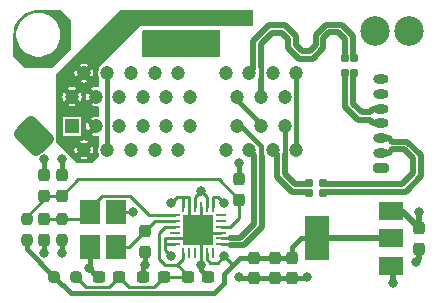
<source format=gbr>
%TF.GenerationSoftware,KiCad,Pcbnew,8.0.3*%
%TF.CreationDate,2024-06-23T17:04:56+02:00*%
%TF.ProjectId,Interface,496e7465-7266-4616-9365-2e6b69636164,rev?*%
%TF.SameCoordinates,Original*%
%TF.FileFunction,Copper,L1,Top*%
%TF.FilePolarity,Positive*%
%FSLAX46Y46*%
G04 Gerber Fmt 4.6, Leading zero omitted, Abs format (unit mm)*
G04 Created by KiCad (PCBNEW 8.0.3) date 2024-06-23 17:04:56*
%MOMM*%
%LPD*%
G01*
G04 APERTURE LIST*
G04 Aperture macros list*
%AMRoundRect*
0 Rectangle with rounded corners*
0 $1 Rounding radius*
0 $2 $3 $4 $5 $6 $7 $8 $9 X,Y pos of 4 corners*
0 Add a 4 corners polygon primitive as box body*
4,1,4,$2,$3,$4,$5,$6,$7,$8,$9,$2,$3,0*
0 Add four circle primitives for the rounded corners*
1,1,$1+$1,$2,$3*
1,1,$1+$1,$4,$5*
1,1,$1+$1,$6,$7*
1,1,$1+$1,$8,$9*
0 Add four rect primitives between the rounded corners*
20,1,$1+$1,$2,$3,$4,$5,0*
20,1,$1+$1,$4,$5,$6,$7,0*
20,1,$1+$1,$6,$7,$8,$9,0*
20,1,$1+$1,$8,$9,$2,$3,0*%
G04 Aperture macros list end*
%TA.AperFunction,SMDPad,CuDef*%
%ADD10RoundRect,0.237500X-0.237500X0.300000X-0.237500X-0.300000X0.237500X-0.300000X0.237500X0.300000X0*%
%TD*%
%TA.AperFunction,ComponentPad*%
%ADD11C,2.500000*%
%TD*%
%TA.AperFunction,SMDPad,CuDef*%
%ADD12RoundRect,0.237500X0.250000X0.237500X-0.250000X0.237500X-0.250000X-0.237500X0.250000X-0.237500X0*%
%TD*%
%TA.AperFunction,SMDPad,CuDef*%
%ADD13R,2.000000X1.500000*%
%TD*%
%TA.AperFunction,SMDPad,CuDef*%
%ADD14R,2.000000X3.800000*%
%TD*%
%TA.AperFunction,SMDPad,CuDef*%
%ADD15RoundRect,0.237500X0.300000X0.237500X-0.300000X0.237500X-0.300000X-0.237500X0.300000X-0.237500X0*%
%TD*%
%TA.AperFunction,SMDPad,CuDef*%
%ADD16RoundRect,0.237500X0.237500X-0.250000X0.237500X0.250000X-0.237500X0.250000X-0.237500X-0.250000X0*%
%TD*%
%TA.AperFunction,SMDPad,CuDef*%
%ADD17RoundRect,0.237500X0.237500X-0.300000X0.237500X0.300000X-0.237500X0.300000X-0.237500X-0.300000X0*%
%TD*%
%TA.AperFunction,SMDPad,CuDef*%
%ADD18R,1.725000X2.100000*%
%TD*%
%TA.AperFunction,SMDPad,CuDef*%
%ADD19RoundRect,0.237500X-0.237500X0.250000X-0.237500X-0.250000X0.237500X-0.250000X0.237500X0.250000X0*%
%TD*%
%TA.AperFunction,SMDPad,CuDef*%
%ADD20RoundRect,0.160000X-0.197500X-0.160000X0.197500X-0.160000X0.197500X0.160000X-0.197500X0.160000X0*%
%TD*%
%TA.AperFunction,SMDPad,CuDef*%
%ADD21RoundRect,0.160000X-0.160000X0.197500X-0.160000X-0.197500X0.160000X-0.197500X0.160000X0.197500X0*%
%TD*%
%TA.AperFunction,SMDPad,CuDef*%
%ADD22RoundRect,0.062500X-0.350000X-0.062500X0.350000X-0.062500X0.350000X0.062500X-0.350000X0.062500X0*%
%TD*%
%TA.AperFunction,SMDPad,CuDef*%
%ADD23RoundRect,0.062500X-0.062500X-0.350000X0.062500X-0.350000X0.062500X0.350000X-0.062500X0.350000X0*%
%TD*%
%TA.AperFunction,SMDPad,CuDef*%
%ADD24R,2.600000X2.600000*%
%TD*%
%TA.AperFunction,SMDPad,CuDef*%
%ADD25RoundRect,0.237500X-0.300000X-0.237500X0.300000X-0.237500X0.300000X0.237500X-0.300000X0.237500X0*%
%TD*%
%TA.AperFunction,ComponentPad*%
%ADD26R,1.200000X1.200000*%
%TD*%
%TA.AperFunction,ComponentPad*%
%ADD27C,1.200000*%
%TD*%
%TA.AperFunction,ComponentPad*%
%ADD28RoundRect,0.200000X0.450000X-0.200000X0.450000X0.200000X-0.450000X0.200000X-0.450000X-0.200000X0*%
%TD*%
%TA.AperFunction,ComponentPad*%
%ADD29O,1.300000X0.800000*%
%TD*%
%TA.AperFunction,ViaPad*%
%ADD30C,0.800000*%
%TD*%
%TA.AperFunction,ViaPad*%
%ADD31C,1.600000*%
%TD*%
%TA.AperFunction,Conductor*%
%ADD32C,1.200000*%
%TD*%
%TA.AperFunction,Conductor*%
%ADD33C,0.500000*%
%TD*%
%TA.AperFunction,Conductor*%
%ADD34C,0.250000*%
%TD*%
%TA.AperFunction,Conductor*%
%ADD35C,0.400000*%
%TD*%
G04 APERTURE END LIST*
D10*
%TO.P,C15,1*%
%TO.N,/12V*%
X112125000Y-76112499D03*
%TO.P,C15,2*%
%TO.N,GND*%
X112125000Y-77837501D03*
%TD*%
%TO.P,C14,1*%
%TO.N,/12V*%
X114635000Y-76112499D03*
%TO.P,C14,2*%
%TO.N,GND*%
X114635000Y-77837501D03*
%TD*%
%TO.P,C13,1*%
%TO.N,/12V*%
X117145000Y-76112499D03*
%TO.P,C13,2*%
%TO.N,GND*%
X117145000Y-77837501D03*
%TD*%
D11*
%TO.P,TP2,1,1*%
%TO.N,GND*%
X133875000Y-77175000D03*
%TD*%
%TO.P,TP1,1,1*%
%TO.N,/12V*%
X131000000Y-77200000D03*
%TD*%
D12*
%TO.P,R1,1*%
%TO.N,/VDD_OSC_18*%
X105662500Y-98000000D03*
%TO.P,R1,2*%
%TO.N,/VDDO_18*%
X103837500Y-98000000D03*
%TD*%
D13*
%TO.P,U1,1,GND*%
%TO.N,GND*%
X132400000Y-97050000D03*
%TO.P,U1,2,VO*%
%TO.N,/VDDO_18*%
X132400000Y-94750000D03*
D14*
X126100000Y-94750000D03*
D13*
%TO.P,U1,3,VI*%
%TO.N,/3V3*%
X132400000Y-92450000D03*
%TD*%
D15*
%TO.P,C2,1*%
%TO.N,/VDD_OSC_18*%
X113112500Y-98000000D03*
%TO.P,C2,2*%
%TO.N,GND*%
X111387500Y-98000000D03*
%TD*%
D16*
%TO.P,R2,1*%
%TO.N,/VDDO_18*%
X101500000Y-94912500D03*
%TO.P,R2,2*%
%TO.N,/VDDA_18*%
X101500000Y-93087500D03*
%TD*%
D17*
%TO.P,C7,1*%
%TO.N,/VDDA_18*%
X103000000Y-91112500D03*
%TO.P,C7,2*%
%TO.N,GND*%
X103000000Y-89387500D03*
%TD*%
D18*
%TO.P,Y1,1,1*%
%TO.N,Net-(IC1-XTAL_IN{slash}CLK)*%
X106912500Y-92550000D03*
%TO.P,Y1,2,2*%
%TO.N,GND*%
X106912500Y-95450000D03*
%TO.P,Y1,3,3*%
%TO.N,Net-(IC1-XTAL_OUT)*%
X109087500Y-95450000D03*
%TO.P,Y1,4,4*%
%TO.N,GND*%
X109087500Y-92550000D03*
%TD*%
D19*
%TO.P,R3,1*%
%TO.N,Net-(IC1-XTAL_IN{slash}CLK)*%
X104500000Y-93087500D03*
%TO.P,R3,2*%
%TO.N,GND*%
X104500000Y-94912500D03*
%TD*%
D17*
%TO.P,C9,1*%
%TO.N,/VDDA_18*%
X119500000Y-91462500D03*
%TO.P,C9,2*%
%TO.N,GND*%
X119500000Y-89737500D03*
%TD*%
D10*
%TO.P,C11,1*%
%TO.N,Net-(IC1-XTAL_IN{slash}CLK)*%
X103000000Y-93137500D03*
%TO.P,C11,2*%
%TO.N,GND*%
X103000000Y-94862500D03*
%TD*%
D20*
%TO.P,R5,1*%
%TO.N,/Rx+*%
X125402500Y-90875000D03*
%TO.P,R5,2*%
%TO.N,/_Rx+*%
X126597500Y-90875000D03*
%TD*%
D10*
%TO.P,C6,1*%
%TO.N,/VDDO_18*%
X120750000Y-96387500D03*
%TO.P,C6,2*%
%TO.N,GND*%
X120750000Y-98112500D03*
%TD*%
D21*
%TO.P,R6,1*%
%TO.N,/Tx-*%
X128425000Y-79502500D03*
%TO.P,R6,2*%
%TO.N,/_Tx-*%
X128425000Y-80697500D03*
%TD*%
D10*
%TO.P,C5,1*%
%TO.N,/VDDO_18*%
X122500000Y-96387500D03*
%TO.P,C5,2*%
%TO.N,GND*%
X122500000Y-98112500D03*
%TD*%
D21*
%TO.P,R7,1*%
%TO.N,/Tx+*%
X129225000Y-79502500D03*
%TO.P,R7,2*%
%TO.N,/_Tx+*%
X129225000Y-80697500D03*
%TD*%
D22*
%TO.P,IC1,1,XTAL_IN/CLK*%
%TO.N,Net-(IC1-XTAL_IN{slash}CLK)*%
X114062500Y-92750000D03*
%TO.P,IC1,2,XTAL_OUT*%
%TO.N,Net-(IC1-XTAL_OUT)*%
X114062500Y-93250000D03*
%TO.P,IC1,3,VDD_OSC*%
%TO.N,/VDD_OSC_18*%
X114062500Y-93750000D03*
%TO.P,IC1,4,SADR/REFOUT*%
%TO.N,unconnected-(IC1-SADR{slash}REFOUT-Pad4)*%
X114062500Y-94250000D03*
%TO.P,IC1,5,GND_REFOUT*%
%TO.N,GND*%
X114062500Y-94750000D03*
%TO.P,IC1,6,GND_DIG*%
X114062500Y-95250000D03*
D23*
%TO.P,IC1,7,VDD_DIG*%
%TO.N,/VDD_OSC_18*%
X114750000Y-95937500D03*
%TO.P,IC1,8,SCLK*%
%TO.N,unconnected-(IC1-SCLK-Pad8)*%
X115250000Y-95937500D03*
%TO.P,IC1,9,SDATA*%
%TO.N,unconnected-(IC1-SDATA-Pad9)*%
X115750000Y-95937500D03*
%TO.P,IC1,10,GND_1*%
%TO.N,GND*%
X116250000Y-95937500D03*
%TO.P,IC1,11,VDDO_1*%
%TO.N,/VDDO_18*%
X116750000Y-95937500D03*
%TO.P,IC1,12,OE0#*%
%TO.N,unconnected-(IC1-OE0#-Pad12)*%
X117250000Y-95937500D03*
D22*
%TO.P,IC1,13,Q0+*%
%TO.N,/Clk+*%
X117937500Y-95250000D03*
%TO.P,IC1,14,Q0-*%
%TO.N,/Clk-*%
X117937500Y-94750000D03*
%TO.P,IC1,15,GNDA*%
%TO.N,GND*%
X117937500Y-94250000D03*
%TO.P,IC1,16,VDDA*%
%TO.N,/VDDA_18*%
X117937500Y-93750000D03*
%TO.P,IC1,17,Q1+*%
%TO.N,unconnected-(IC1-Q1+-Pad17)*%
X117937500Y-93250000D03*
%TO.P,IC1,18,Q1-*%
%TO.N,unconnected-(IC1-Q1--Pad18)*%
X117937500Y-92750000D03*
D23*
%TO.P,IC1,19,OE1#*%
%TO.N,GND*%
X117250000Y-92062500D03*
%TO.P,IC1,20,VDDO_2*%
%TO.N,/VDDO_18*%
X116750000Y-92062500D03*
%TO.P,IC1,21,GND_2*%
%TO.N,GND*%
X116250000Y-92062500D03*
%TO.P,IC1,22,PD#*%
%TO.N,/VDDO_18*%
X115750000Y-92062500D03*
%TO.P,IC1,23,SS_SEL_TRI*%
%TO.N,GND*%
X115250000Y-92062500D03*
%TO.P,IC1,24,GND_XTAL*%
X114750000Y-92062500D03*
D24*
%TO.P,IC1,25,GND_3*%
X116000000Y-94000000D03*
%TD*%
D10*
%TO.P,C12,1*%
%TO.N,Net-(IC1-XTAL_OUT)*%
X111500000Y-94137500D03*
%TO.P,C12,2*%
%TO.N,GND*%
X111500000Y-95862500D03*
%TD*%
%TO.P,C10,1*%
%TO.N,/3V3*%
X134750000Y-93887500D03*
%TO.P,C10,2*%
%TO.N,GND*%
X134750000Y-95612500D03*
%TD*%
D20*
%TO.P,R4,1*%
%TO.N,/Rx-*%
X125402500Y-90075000D03*
%TO.P,R4,2*%
%TO.N,/_Rx-*%
X126597500Y-90075000D03*
%TD*%
D15*
%TO.P,C1,1*%
%TO.N,/VDD_OSC_18*%
X109362500Y-98000000D03*
%TO.P,C1,2*%
%TO.N,GND*%
X107637500Y-98000000D03*
%TD*%
D25*
%TO.P,C3,1*%
%TO.N,/VDD_OSC_18*%
X115137500Y-98000000D03*
%TO.P,C3,2*%
%TO.N,GND*%
X116862500Y-98000000D03*
%TD*%
D10*
%TO.P,C4,1*%
%TO.N,/VDDO_18*%
X124000000Y-96387500D03*
%TO.P,C4,2*%
%TO.N,GND*%
X124000000Y-98112500D03*
%TD*%
D17*
%TO.P,C8,1*%
%TO.N,/VDDA_18*%
X104500000Y-91112500D03*
%TO.P,C8,2*%
%TO.N,GND*%
X104500000Y-89387500D03*
%TD*%
D26*
%TO.P,J2,A1,~{PRSNT1}*%
%TO.N,unconnected-(J2-~{PRSNT1}-PadA1)*%
X105350000Y-85250000D03*
D27*
%TO.P,J2,A2,+12V*%
%TO.N,/12V*%
X106350000Y-87250000D03*
%TO.P,J2,A3,+12V*%
X107350000Y-85250000D03*
%TO.P,J2,A4,GND*%
%TO.N,GND*%
X108350000Y-87250000D03*
%TO.P,J2,A5,JTAG2*%
%TO.N,unconnected-(J2-JTAG2-PadA5)*%
X109350000Y-85250000D03*
%TO.P,J2,A6,JTAG3*%
%TO.N,unconnected-(J2-JTAG3-PadA6)*%
X110350000Y-87250000D03*
%TO.P,J2,A7,JTAG4*%
%TO.N,unconnected-(J2-JTAG4-PadA7)*%
X111350000Y-85250000D03*
%TO.P,J2,A8,JTAG5*%
%TO.N,unconnected-(J2-JTAG5-PadA8)*%
X112350000Y-87250000D03*
%TO.P,J2,A9,+3.3V*%
%TO.N,/3V3*%
X113350000Y-85250000D03*
%TO.P,J2,A10,+3.3V*%
X114350000Y-87250000D03*
%TO.P,J2,A11,~{PERST}*%
X115350000Y-85250000D03*
%TO.P,J2,A12,GND*%
%TO.N,GND*%
X118350000Y-87250000D03*
%TO.P,J2,A13,REFCLK+*%
%TO.N,/Clk+*%
X119350000Y-85250000D03*
%TO.P,J2,A14,REFCLK-*%
%TO.N,/Clk-*%
X120350000Y-87250000D03*
%TO.P,J2,A15,GND*%
%TO.N,GND*%
X121350000Y-85250000D03*
%TO.P,J2,A16,PERp0*%
%TO.N,/Rx+*%
X122350000Y-87250000D03*
%TO.P,J2,A17,PERn0*%
%TO.N,/Rx-*%
X123350000Y-85250000D03*
%TO.P,J2,A18,GND*%
%TO.N,GND*%
X124350000Y-87250000D03*
%TO.P,J2,B1,+12V*%
%TO.N,/12V*%
X105350000Y-82750000D03*
%TO.P,J2,B2,+12V*%
X106350000Y-80750000D03*
%TO.P,J2,B3,+12V*%
X107350000Y-82750000D03*
%TO.P,J2,B4,GND*%
%TO.N,GND*%
X108350000Y-80750000D03*
%TO.P,J2,B5,SMCLK*%
%TO.N,unconnected-(J2-SMCLK-PadB5)*%
X109350000Y-82750000D03*
%TO.P,J2,B6,SMDAT*%
%TO.N,unconnected-(J2-SMDAT-PadB6)*%
X110350000Y-80750000D03*
%TO.P,J2,B7,GND*%
%TO.N,GND*%
X111350000Y-82750000D03*
%TO.P,J2,B8,+3.3V*%
%TO.N,/3V3*%
X112350000Y-80750000D03*
%TO.P,J2,B9,JTAG1*%
%TO.N,unconnected-(J2-JTAG1-PadB9)*%
X113350000Y-82750000D03*
%TO.P,J2,B10,3.3Vaux*%
%TO.N,/3V3*%
X114350000Y-80750000D03*
%TO.P,J2,B11,~{WAKE}*%
X115350000Y-82750000D03*
%TO.P,J2,B12,RSVD*%
%TO.N,unconnected-(J2-RSVD-PadB12)*%
X118350000Y-80750000D03*
%TO.P,J2,B13,GND*%
%TO.N,GND*%
X119350000Y-82750000D03*
%TO.P,J2,B14,PETp0*%
%TO.N,/Tx+*%
X120350000Y-80750000D03*
%TO.P,J2,B15,PETn0*%
%TO.N,/Tx-*%
X121350000Y-82750000D03*
%TO.P,J2,B16,GND*%
%TO.N,GND*%
X122350000Y-80750000D03*
%TO.P,J2,B17,~{PRSNT2}*%
%TO.N,unconnected-(J2-~{PRSNT2}-PadB17)*%
X123350000Y-82750000D03*
%TO.P,J2,B18,GND*%
%TO.N,GND*%
X124350000Y-80750000D03*
%TD*%
D28*
%TO.P,J1,1,Pin_1*%
%TO.N,/3V3*%
X131500000Y-88750000D03*
D29*
%TO.P,J1,2,Pin_2*%
%TO.N,/_Rx-*%
X131500000Y-87500000D03*
%TO.P,J1,3,Pin_3*%
%TO.N,/_Rx+*%
X131500000Y-86250000D03*
%TO.P,J1,4,Pin_4*%
%TO.N,/_Tx-*%
X131500000Y-85000000D03*
%TO.P,J1,5,Pin_5*%
%TO.N,/_Tx+*%
X131500000Y-83750000D03*
%TO.P,J1,6,Pin_6*%
%TO.N,GND*%
X131500000Y-82500000D03*
%TO.P,J1,7,Pin_7*%
X131500000Y-81250000D03*
%TD*%
D30*
%TO.N,GND*%
X103200000Y-86300000D03*
X101900000Y-85000000D03*
X112100000Y-79000000D03*
X114600000Y-79000000D03*
X117100000Y-79000000D03*
X104700000Y-76900000D03*
X103100000Y-79700000D03*
X101000000Y-85900000D03*
X132500000Y-98500000D03*
D31*
X116050000Y-93950000D03*
D30*
X100800000Y-79000000D03*
X116250000Y-97000000D03*
X125250000Y-98000000D03*
X104100000Y-79100000D03*
X104700000Y-78100000D03*
X103000000Y-88000000D03*
X118250000Y-91750000D03*
X101900000Y-79700000D03*
X119500000Y-98000000D03*
X103000000Y-96000000D03*
X113750000Y-91750000D03*
X106750000Y-97250000D03*
X119500000Y-88350000D03*
X102300000Y-87200000D03*
X104500000Y-96000000D03*
X104500000Y-88000000D03*
X111500000Y-97000000D03*
X104000000Y-75800000D03*
X113750000Y-96250000D03*
X110500000Y-92500000D03*
X134500000Y-96750000D03*
%TO.N,/VDDO_18*%
X118250000Y-96250000D03*
X116250000Y-90750000D03*
%TO.N,/3V3*%
X134750000Y-92500000D03*
%TO.N,/12V*%
X120000000Y-76100000D03*
X118900000Y-76100000D03*
%TD*%
D32*
%TO.N,GND*%
X102800000Y-85900000D02*
X103200000Y-86300000D01*
X101000000Y-85900000D02*
X102800000Y-85900000D01*
X101900000Y-85000000D02*
X101000000Y-85900000D01*
X103200000Y-86300000D02*
X102300000Y-87200000D01*
X103200000Y-86300000D02*
X101900000Y-85000000D01*
D33*
%TO.N,/_Tx-*%
X128500000Y-80772500D02*
X128425000Y-80697500D01*
X128500000Y-83600000D02*
X128500000Y-80772500D01*
X130551200Y-84701200D02*
X129601200Y-84701200D01*
X129601200Y-84701200D02*
X128500000Y-83600000D01*
X131500000Y-85000000D02*
X130850000Y-85000000D01*
X130850000Y-85000000D02*
X130551200Y-84701200D01*
%TO.N,/_Tx+*%
X129871432Y-84048800D02*
X129152400Y-83329768D01*
X130551200Y-84048800D02*
X129871432Y-84048800D01*
X129152400Y-83329768D02*
X129152400Y-80770100D01*
X130850000Y-83750000D02*
X130551200Y-84048800D01*
X131500000Y-83750000D02*
X130850000Y-83750000D01*
X129152400Y-80770100D02*
X129225000Y-80697500D01*
%TO.N,/_Rx+*%
X132448800Y-86548800D02*
X133748800Y-86548800D01*
X134900000Y-87700000D02*
X134900000Y-89500000D01*
X132150000Y-86250000D02*
X132448800Y-86548800D01*
X133748800Y-86548800D02*
X134900000Y-87700000D01*
X131500000Y-86250000D02*
X132150000Y-86250000D01*
%TO.N,/_Rx-*%
X133478568Y-87201200D02*
X134247600Y-87970232D01*
X132448800Y-87201200D02*
X133478568Y-87201200D01*
X132150000Y-87500000D02*
X132448800Y-87201200D01*
X131500000Y-87500000D02*
X132150000Y-87500000D01*
X134247600Y-87970232D02*
X134247600Y-89229768D01*
D34*
%TO.N,/VDD_OSC_18*%
X109362500Y-98000000D02*
X108512500Y-98850000D01*
X114750000Y-96500000D02*
X114750000Y-95937500D01*
X114275000Y-96975000D02*
X114750000Y-96500000D01*
X113112500Y-98000000D02*
X112262500Y-98850000D01*
X106512500Y-98850000D02*
X105662500Y-98000000D01*
X110212500Y-98850000D02*
X109362500Y-98000000D01*
X114062500Y-93750000D02*
X113250000Y-93750000D01*
X113112500Y-98000000D02*
X115137500Y-98000000D01*
X113250000Y-93750000D02*
X112750000Y-94250000D01*
X112750000Y-94250000D02*
X112750000Y-96500000D01*
X112262500Y-98850000D02*
X110212500Y-98850000D01*
X112750000Y-96500000D02*
X113225000Y-96975000D01*
X108512500Y-98850000D02*
X106512500Y-98850000D01*
X115137500Y-98000000D02*
X115137500Y-97837500D01*
X113225000Y-96975000D02*
X114275000Y-96975000D01*
X115137500Y-97837500D02*
X114275000Y-96975000D01*
D35*
%TO.N,GND*%
X106912500Y-95450000D02*
X106912500Y-97087500D01*
D34*
X114750000Y-91250000D02*
X114250000Y-91250000D01*
X116250000Y-95937500D02*
X116250000Y-97000000D01*
D35*
X119500000Y-89737500D02*
X119500000Y-88350000D01*
D34*
X115250000Y-93250000D02*
X116000000Y-94000000D01*
X116250000Y-93750000D02*
X116050000Y-93950000D01*
X114250000Y-91250000D02*
X113750000Y-91750000D01*
D35*
X121350000Y-85050000D02*
X119350000Y-83050000D01*
X116250000Y-97387500D02*
X116250000Y-97000000D01*
D34*
X116250000Y-95937500D02*
X116250000Y-94250000D01*
X109087500Y-92550000D02*
X110450000Y-92550000D01*
X110450000Y-92550000D02*
X110500000Y-92500000D01*
X116250000Y-92062500D02*
X116250000Y-93750000D01*
D35*
X119612500Y-98112500D02*
X119500000Y-98000000D01*
D33*
X132500000Y-97150000D02*
X132400000Y-97050000D01*
D32*
X102300000Y-87200000D02*
X101000000Y-85900000D01*
D34*
X113250000Y-95750000D02*
X113750000Y-96250000D01*
X113250000Y-95250000D02*
X113250000Y-94750000D01*
X114062500Y-94750000D02*
X115250000Y-94750000D01*
X117250000Y-91250000D02*
X117750000Y-91250000D01*
X117937500Y-94250000D02*
X116250000Y-94250000D01*
D35*
X124350000Y-80750000D02*
X124350000Y-87250000D01*
X103000000Y-94862500D02*
X103000000Y-96000000D01*
D34*
X114750000Y-92062500D02*
X114750000Y-91250000D01*
D35*
X111500000Y-95862500D02*
X111500000Y-97000000D01*
D34*
X115250000Y-92062500D02*
X115250000Y-91250000D01*
D35*
X106912500Y-97087500D02*
X106750000Y-97250000D01*
X124000000Y-98112500D02*
X125137500Y-98112500D01*
D34*
X115250000Y-92062500D02*
X115250000Y-93250000D01*
X117750000Y-91250000D02*
X118250000Y-91750000D01*
X113250000Y-94750000D02*
X114062500Y-94750000D01*
D33*
X132500000Y-98500000D02*
X132500000Y-97150000D01*
D35*
X111387500Y-98000000D02*
X111387500Y-97112500D01*
X116862500Y-98000000D02*
X116250000Y-97387500D01*
X104500000Y-94912500D02*
X104500000Y-96000000D01*
X111387500Y-97112500D02*
X111500000Y-97000000D01*
X108350000Y-80750000D02*
X108350000Y-87250000D01*
D34*
X113250000Y-95250000D02*
X113250000Y-95750000D01*
D35*
X125137500Y-98112500D02*
X125250000Y-98000000D01*
X122500000Y-98112500D02*
X120750000Y-98112500D01*
X119350000Y-83050000D02*
X119350000Y-82750000D01*
X103000000Y-88000000D02*
X103000000Y-89387500D01*
D34*
X114750000Y-91250000D02*
X115250000Y-91250000D01*
D33*
X134750000Y-96500000D02*
X134750000Y-95612500D01*
D35*
X107637500Y-98000000D02*
X107500000Y-98000000D01*
X120750000Y-98112500D02*
X119612500Y-98112500D01*
D34*
X116250000Y-94250000D02*
X116000000Y-94000000D01*
X115250000Y-94750000D02*
X116000000Y-94000000D01*
D35*
X107500000Y-98000000D02*
X106750000Y-97250000D01*
X122500000Y-98112500D02*
X124000000Y-98112500D01*
D34*
X117250000Y-91250000D02*
X117250000Y-92062500D01*
D35*
X121350000Y-85250000D02*
X121350000Y-85050000D01*
X104500000Y-89387500D02*
X104500000Y-88000000D01*
D33*
X134500000Y-96750000D02*
X134750000Y-96500000D01*
D34*
X114062500Y-95250000D02*
X113250000Y-95250000D01*
X116050000Y-93950000D02*
X116000000Y-94000000D01*
D35*
%TO.N,/VDDO_18*%
X105237500Y-99400000D02*
X103837500Y-98000000D01*
D34*
X117075305Y-96800000D02*
X117700000Y-96800000D01*
D35*
X119612500Y-96387500D02*
X119000000Y-97000000D01*
X124000000Y-96387500D02*
X122500000Y-96387500D01*
D34*
X115750000Y-91250000D02*
X116250000Y-90750000D01*
X116750000Y-96474695D02*
X117075305Y-96800000D01*
D35*
X126100000Y-94750000D02*
X124750000Y-94750000D01*
X124000000Y-95500000D02*
X124000000Y-96387500D01*
X118247000Y-98503000D02*
X117350000Y-99400000D01*
D34*
X118250000Y-96250000D02*
X119000000Y-97000000D01*
D33*
X132400000Y-94750000D02*
X126100000Y-94750000D01*
D35*
X101500000Y-95662500D02*
X103837500Y-98000000D01*
D34*
X116750000Y-95937500D02*
X116750000Y-96474695D01*
D35*
X120750000Y-96387500D02*
X119612500Y-96387500D01*
X124750000Y-94750000D02*
X124000000Y-95500000D01*
D34*
X115750000Y-92062500D02*
X115750000Y-91250000D01*
X117700000Y-96800000D02*
X118250000Y-96250000D01*
D35*
X118247000Y-97753000D02*
X118247000Y-98503000D01*
X122500000Y-96387500D02*
X120750000Y-96387500D01*
X101500000Y-94912500D02*
X101500000Y-95662500D01*
X117350000Y-99400000D02*
X105237500Y-99400000D01*
D34*
X116750000Y-92062500D02*
X116750000Y-91250000D01*
X116250000Y-90750000D02*
X116750000Y-91250000D01*
D35*
X119000000Y-97000000D02*
X118247000Y-97753000D01*
D34*
%TO.N,/VDDA_18*%
X118750000Y-93750000D02*
X119500000Y-93000000D01*
X104500000Y-91112500D02*
X103000000Y-91112500D01*
X101500000Y-93087500D02*
X101500000Y-92900000D01*
X117937500Y-93750000D02*
X118750000Y-93750000D01*
X101500000Y-92900000D02*
X103000000Y-91400000D01*
X119500000Y-93000000D02*
X119500000Y-91462500D01*
X119500000Y-91462500D02*
X117787500Y-89750000D01*
X105862500Y-89750000D02*
X104500000Y-91112500D01*
X117787500Y-89750000D02*
X105862500Y-89750000D01*
X103000000Y-91400000D02*
X103000000Y-91112500D01*
%TO.N,Net-(IC1-XTAL_IN{slash}CLK)*%
X110275000Y-91175000D02*
X107900000Y-91175000D01*
X104450000Y-93137500D02*
X104500000Y-93087500D01*
X103000000Y-93137500D02*
X104450000Y-93137500D01*
X104500000Y-93087500D02*
X106375000Y-93087500D01*
X111850000Y-92750000D02*
X110275000Y-91175000D01*
X106912500Y-92162500D02*
X106912500Y-92550000D01*
X107900000Y-91175000D02*
X106912500Y-92162500D01*
X106375000Y-93087500D02*
X106912500Y-92550000D01*
X114062500Y-92750000D02*
X111850000Y-92750000D01*
%TO.N,Net-(IC1-XTAL_OUT)*%
X112387500Y-93250000D02*
X111500000Y-94137500D01*
X114062500Y-93250000D02*
X112387500Y-93250000D01*
X110187500Y-95450000D02*
X111500000Y-94137500D01*
X109087500Y-95450000D02*
X110187500Y-95450000D01*
D33*
%TO.N,/Clk+*%
X118750000Y-95326200D02*
X119885118Y-95326200D01*
D34*
X117937500Y-95250000D02*
X118673800Y-95250000D01*
D35*
X121400000Y-87725000D02*
X121350000Y-87675000D01*
D34*
X118673800Y-95250000D02*
X118750000Y-95326200D01*
D33*
X121400000Y-93811318D02*
X121400000Y-87725000D01*
X119885118Y-95326200D02*
X121400000Y-93811318D01*
D35*
X121350000Y-87675000D02*
X121350000Y-86903103D01*
X121350000Y-86903103D02*
X119942191Y-85495294D01*
X119942191Y-85495294D02*
G75*
G03*
X119350000Y-85250005I-592191J-592206D01*
G01*
D33*
%TO.N,/Clk-*%
X118750000Y-94673800D02*
X119614882Y-94673800D01*
X120747600Y-93541082D02*
X120747600Y-87647600D01*
X120747600Y-87647600D02*
X120350000Y-87250000D01*
D34*
X117937500Y-94750000D02*
X118673800Y-94750000D01*
X118673800Y-94750000D02*
X118750000Y-94673800D01*
D33*
X119614882Y-94673800D02*
X120747600Y-93541082D01*
%TO.N,/Tx-*%
X125735118Y-79526200D02*
X126626200Y-78635118D01*
X126626200Y-78635118D02*
X126626200Y-77796432D01*
X126626200Y-77796432D02*
X127122632Y-77300000D01*
X121350000Y-81234925D02*
X121350000Y-82750000D01*
X127122632Y-77300000D02*
X127900000Y-77300000D01*
X123673800Y-78635118D02*
X124564882Y-79526200D01*
X122270232Y-77352400D02*
X123129768Y-77352400D01*
X123129768Y-77352400D02*
X123673800Y-77896432D01*
X128500000Y-79427500D02*
X128425000Y-79502500D01*
X121350000Y-78272632D02*
X122270232Y-77352400D01*
X121350000Y-80265075D02*
X121350000Y-78272632D01*
D35*
X121350000Y-81234925D02*
X121350000Y-80250000D01*
D33*
X128500000Y-77900000D02*
X128500000Y-79427500D01*
X124564882Y-79526200D02*
X125735118Y-79526200D01*
X123673800Y-77896432D02*
X123673800Y-78635118D01*
X127900000Y-77300000D02*
X128500000Y-77900000D01*
%TO.N,/Tx+*%
X125464882Y-78873800D02*
X125973800Y-78364882D01*
X120697600Y-80402400D02*
X120697600Y-78002400D01*
X129152400Y-77629768D02*
X129152400Y-79429900D01*
X123400000Y-76700000D02*
X124326200Y-77626200D01*
X126852400Y-76647600D02*
X128170232Y-76647600D01*
X128170232Y-76647600D02*
X129152400Y-77629768D01*
X129152400Y-79429900D02*
X129225000Y-79502500D01*
X122000000Y-76700000D02*
X123400000Y-76700000D01*
X124326200Y-77626200D02*
X124326200Y-78364882D01*
X120350000Y-80750000D02*
X120697600Y-80402400D01*
X120697600Y-78002400D02*
X122000000Y-76700000D01*
X124835118Y-78873800D02*
X125464882Y-78873800D01*
X124326200Y-78364882D02*
X124835118Y-78873800D01*
X125973800Y-78364882D02*
X125973800Y-77526200D01*
X125973800Y-77526200D02*
X126852400Y-76647600D01*
%TO.N,/3V3*%
X134750000Y-92500000D02*
X134750000Y-93887500D01*
X133312500Y-92450000D02*
X134750000Y-93887500D01*
X132400000Y-92450000D02*
X133312500Y-92450000D01*
%TO.N,/Rx-*%
X123523800Y-85423800D02*
X123350000Y-85250000D01*
D35*
X123350000Y-85250000D02*
X123350000Y-87400000D01*
X123350000Y-87400000D02*
X123350000Y-87600000D01*
D33*
X123350000Y-89250000D02*
X124247600Y-90147600D01*
X125329900Y-90147600D02*
X125402500Y-90075000D01*
X124247600Y-90147600D02*
X125329900Y-90147600D01*
X123350000Y-87600000D02*
X123350000Y-89250000D01*
%TO.N,/Rx+*%
X122697600Y-87597600D02*
X122350000Y-87250000D01*
X125327500Y-90800000D02*
X125402500Y-90875000D01*
X123977368Y-90800000D02*
X125327500Y-90800000D01*
X123977368Y-90800000D02*
X122697600Y-89520232D01*
X122697600Y-89520232D02*
X122697600Y-87597600D01*
%TO.N,/_Rx-*%
X126670100Y-90147600D02*
X126597500Y-90075000D01*
X134247600Y-89229768D02*
X133329768Y-90147600D01*
X133329768Y-90147600D02*
X126670100Y-90147600D01*
%TO.N,/_Rx+*%
X133600000Y-90800000D02*
X126672500Y-90800000D01*
X126672500Y-90800000D02*
X126597500Y-90875000D01*
X134900000Y-89500000D02*
X133600000Y-90800000D01*
%TD*%
%TA.AperFunction,Conductor*%
%TO.N,GND*%
G36*
X104397177Y-75401185D02*
G01*
X104417819Y-75417819D01*
X105263681Y-76263681D01*
X105297166Y-76325004D01*
X105300000Y-76351362D01*
X105300000Y-78648638D01*
X105280315Y-78715677D01*
X105263681Y-78736319D01*
X103736319Y-80263681D01*
X103674996Y-80297166D01*
X103648638Y-80300000D01*
X101351362Y-80300000D01*
X101284323Y-80280315D01*
X101263681Y-80263681D01*
X100417819Y-79417819D01*
X100384334Y-79356496D01*
X100381500Y-79330138D01*
X100381500Y-77504066D01*
X100381765Y-77495956D01*
X100384792Y-77449775D01*
X100389449Y-77378711D01*
X100649500Y-77378711D01*
X100649500Y-77621288D01*
X100681161Y-77861785D01*
X100743947Y-78096104D01*
X100836773Y-78320205D01*
X100836776Y-78320212D01*
X100958064Y-78530289D01*
X100958066Y-78530292D01*
X100958067Y-78530293D01*
X101105733Y-78722736D01*
X101105739Y-78722743D01*
X101277256Y-78894260D01*
X101277262Y-78894265D01*
X101469711Y-79041936D01*
X101679788Y-79163224D01*
X101903900Y-79256054D01*
X102138211Y-79318838D01*
X102318586Y-79342584D01*
X102378711Y-79350500D01*
X102378712Y-79350500D01*
X102621289Y-79350500D01*
X102669388Y-79344167D01*
X102861789Y-79318838D01*
X103096100Y-79256054D01*
X103320212Y-79163224D01*
X103530289Y-79041936D01*
X103722738Y-78894265D01*
X103894265Y-78722738D01*
X104041936Y-78530289D01*
X104163224Y-78320212D01*
X104256054Y-78096100D01*
X104318838Y-77861789D01*
X104350500Y-77621288D01*
X104350500Y-77378712D01*
X104318838Y-77138211D01*
X104256054Y-76903900D01*
X104163224Y-76679788D01*
X104041936Y-76469711D01*
X103894265Y-76277262D01*
X103894260Y-76277256D01*
X103722743Y-76105739D01*
X103722736Y-76105733D01*
X103530293Y-75958067D01*
X103530292Y-75958066D01*
X103530289Y-75958064D01*
X103320212Y-75836776D01*
X103290911Y-75824639D01*
X103096104Y-75743947D01*
X102861785Y-75681161D01*
X102621289Y-75649500D01*
X102621288Y-75649500D01*
X102378712Y-75649500D01*
X102378711Y-75649500D01*
X102138214Y-75681161D01*
X101903895Y-75743947D01*
X101679794Y-75836773D01*
X101679785Y-75836777D01*
X101469706Y-75958067D01*
X101277263Y-76105733D01*
X101277256Y-76105739D01*
X101105739Y-76277256D01*
X101105733Y-76277263D01*
X100958067Y-76469706D01*
X100836777Y-76679785D01*
X100836773Y-76679794D01*
X100743947Y-76903895D01*
X100681161Y-77138214D01*
X100649500Y-77378711D01*
X100389449Y-77378711D01*
X100399093Y-77231569D01*
X100401208Y-77215515D01*
X100452102Y-76959652D01*
X100456293Y-76944009D01*
X100540151Y-76696971D01*
X100546351Y-76682005D01*
X100661733Y-76448033D01*
X100669836Y-76433998D01*
X100814773Y-76217084D01*
X100824630Y-76204238D01*
X100996640Y-76008098D01*
X101008098Y-75996640D01*
X101204238Y-75824630D01*
X101217084Y-75814773D01*
X101433998Y-75669836D01*
X101448033Y-75661733D01*
X101682005Y-75546351D01*
X101696971Y-75540151D01*
X101944009Y-75456293D01*
X101959652Y-75452102D01*
X102215515Y-75401208D01*
X102231569Y-75399093D01*
X102495957Y-75381765D01*
X102504067Y-75381500D01*
X104330138Y-75381500D01*
X104397177Y-75401185D01*
G37*
%TD.AperFunction*%
%TD*%
%TA.AperFunction,Conductor*%
%TO.N,/12V*%
G36*
X120681987Y-75418013D02*
G01*
X120700000Y-75461500D01*
X120700000Y-76738500D01*
X120681987Y-76781987D01*
X120638500Y-76800000D01*
X111100000Y-76800000D01*
X107600000Y-80300000D01*
X107600000Y-80459219D01*
X107596549Y-80479531D01*
X107564631Y-80570746D01*
X107544435Y-80749997D01*
X107544435Y-80750002D01*
X107564630Y-80929251D01*
X107577480Y-80965975D01*
X107596549Y-81020470D01*
X107600000Y-81040779D01*
X107600000Y-81904287D01*
X107581987Y-81947774D01*
X107538500Y-81965787D01*
X107531614Y-81965400D01*
X107350003Y-81944938D01*
X107349997Y-81944938D01*
X107170858Y-81965122D01*
X107000696Y-82024664D01*
X106986891Y-82033338D01*
X107328553Y-82375000D01*
X107300630Y-82375000D01*
X107205255Y-82400556D01*
X107119745Y-82449925D01*
X107049925Y-82519745D01*
X107000556Y-82605255D01*
X106975000Y-82700630D01*
X106975000Y-82728553D01*
X106633338Y-82386891D01*
X106624664Y-82400696D01*
X106565122Y-82570858D01*
X106544938Y-82749997D01*
X106544938Y-82750000D01*
X106565122Y-82929141D01*
X106624663Y-83099301D01*
X106624668Y-83099311D01*
X106633337Y-83113107D01*
X106975000Y-82771444D01*
X106975000Y-82799370D01*
X107000556Y-82894745D01*
X107049925Y-82980255D01*
X107119745Y-83050075D01*
X107205255Y-83099444D01*
X107300630Y-83125000D01*
X107328552Y-83125000D01*
X106986892Y-83466660D01*
X107000698Y-83475336D01*
X107170858Y-83534877D01*
X107349997Y-83555062D01*
X107350003Y-83555062D01*
X107531614Y-83534599D01*
X107576845Y-83547629D01*
X107599613Y-83588826D01*
X107600000Y-83595712D01*
X107600000Y-84404287D01*
X107581987Y-84447774D01*
X107538500Y-84465787D01*
X107531614Y-84465400D01*
X107350003Y-84444938D01*
X107349997Y-84444938D01*
X107170858Y-84465122D01*
X107000696Y-84524664D01*
X106986891Y-84533338D01*
X107328553Y-84875000D01*
X107300630Y-84875000D01*
X107205255Y-84900556D01*
X107119745Y-84949925D01*
X107049925Y-85019745D01*
X107000556Y-85105255D01*
X106975000Y-85200630D01*
X106975000Y-85228553D01*
X106633338Y-84886891D01*
X106624664Y-84900696D01*
X106565122Y-85070858D01*
X106544938Y-85249997D01*
X106544938Y-85250000D01*
X106565122Y-85429141D01*
X106624663Y-85599301D01*
X106624668Y-85599311D01*
X106633337Y-85613107D01*
X106975000Y-85271444D01*
X106975000Y-85299370D01*
X107000556Y-85394745D01*
X107049925Y-85480255D01*
X107119745Y-85550075D01*
X107205255Y-85599444D01*
X107300630Y-85625000D01*
X107328552Y-85625000D01*
X106986892Y-85966660D01*
X107000698Y-85975336D01*
X107170858Y-86034877D01*
X107349997Y-86055062D01*
X107350003Y-86055062D01*
X107531614Y-86034599D01*
X107576845Y-86047629D01*
X107599613Y-86088826D01*
X107600000Y-86095712D01*
X107600000Y-86959219D01*
X107596549Y-86979531D01*
X107564631Y-87070746D01*
X107544435Y-87249997D01*
X107544435Y-87250002D01*
X107564630Y-87429251D01*
X107566116Y-87433497D01*
X107596549Y-87520470D01*
X107600000Y-87540779D01*
X107600000Y-87774526D01*
X107581987Y-87818013D01*
X107018013Y-88381987D01*
X106974526Y-88400000D01*
X105825474Y-88400000D01*
X105781987Y-88381987D01*
X104649997Y-87249997D01*
X105544938Y-87249997D01*
X105544938Y-87250002D01*
X105565122Y-87429141D01*
X105624663Y-87599301D01*
X105624668Y-87599311D01*
X105633337Y-87613107D01*
X105975000Y-87271444D01*
X105975000Y-87299370D01*
X106000556Y-87394745D01*
X106049925Y-87480255D01*
X106119745Y-87550075D01*
X106205255Y-87599444D01*
X106300630Y-87625000D01*
X106328553Y-87625000D01*
X105986892Y-87966660D01*
X106000698Y-87975336D01*
X106170858Y-88034877D01*
X106349997Y-88055062D01*
X106350003Y-88055062D01*
X106529141Y-88034877D01*
X106699303Y-87975335D01*
X106713106Y-87966661D01*
X106713106Y-87966660D01*
X106371447Y-87625000D01*
X106399370Y-87625000D01*
X106494745Y-87599444D01*
X106580255Y-87550075D01*
X106650075Y-87480255D01*
X106699444Y-87394745D01*
X106725000Y-87299370D01*
X106725000Y-87271446D01*
X107066660Y-87613106D01*
X107066661Y-87613106D01*
X107075335Y-87599303D01*
X107134877Y-87429141D01*
X107155062Y-87250002D01*
X107155062Y-87249997D01*
X107134877Y-87070858D01*
X107075336Y-86900698D01*
X107066660Y-86886892D01*
X106725000Y-87228552D01*
X106725000Y-87200630D01*
X106699444Y-87105255D01*
X106650075Y-87019745D01*
X106580255Y-86949925D01*
X106494745Y-86900556D01*
X106399370Y-86875000D01*
X106371445Y-86875000D01*
X106713107Y-86533337D01*
X106699311Y-86524668D01*
X106699301Y-86524663D01*
X106529141Y-86465122D01*
X106350003Y-86444938D01*
X106349997Y-86444938D01*
X106170858Y-86465122D01*
X106000696Y-86524664D01*
X105986891Y-86533338D01*
X106328553Y-86875000D01*
X106300630Y-86875000D01*
X106205255Y-86900556D01*
X106119745Y-86949925D01*
X106049925Y-87019745D01*
X106000556Y-87105255D01*
X105975000Y-87200630D01*
X105975000Y-87228553D01*
X105633338Y-86886891D01*
X105624664Y-86900696D01*
X105565122Y-87070858D01*
X105544938Y-87249997D01*
X104649997Y-87249997D01*
X104018013Y-86618013D01*
X104000000Y-86574526D01*
X104000000Y-86386936D01*
X104000297Y-86380901D01*
X104000500Y-86378842D01*
X104000500Y-86221155D01*
X104000296Y-86219083D01*
X104000000Y-86213058D01*
X104000000Y-84630248D01*
X104549500Y-84630248D01*
X104549500Y-85869751D01*
X104561131Y-85928224D01*
X104561132Y-85928228D01*
X104561133Y-85928231D01*
X104605448Y-85994552D01*
X104671769Y-86038867D01*
X104730248Y-86050499D01*
X104730249Y-86050500D01*
X104730252Y-86050500D01*
X105969751Y-86050500D01*
X105969751Y-86050499D01*
X106028231Y-86038867D01*
X106094552Y-85994552D01*
X106138867Y-85928231D01*
X106150499Y-85869751D01*
X106150500Y-85869751D01*
X106150500Y-84630249D01*
X106150499Y-84630248D01*
X106138868Y-84571775D01*
X106138867Y-84571769D01*
X106094552Y-84505448D01*
X106028231Y-84461133D01*
X106028228Y-84461132D01*
X106028224Y-84461131D01*
X105969751Y-84449500D01*
X105969748Y-84449500D01*
X104730252Y-84449500D01*
X104730249Y-84449500D01*
X104671775Y-84461131D01*
X104671769Y-84461133D01*
X104605448Y-84505448D01*
X104561133Y-84571769D01*
X104561131Y-84571775D01*
X104549500Y-84630248D01*
X104000000Y-84630248D01*
X104000000Y-82749997D01*
X104544938Y-82749997D01*
X104544938Y-82750000D01*
X104565122Y-82929141D01*
X104624663Y-83099301D01*
X104624668Y-83099311D01*
X104633337Y-83113107D01*
X104975000Y-82771444D01*
X104975000Y-82799370D01*
X105000556Y-82894745D01*
X105049925Y-82980255D01*
X105119745Y-83050075D01*
X105205255Y-83099444D01*
X105300630Y-83125000D01*
X105328553Y-83125000D01*
X104986892Y-83466660D01*
X105000698Y-83475336D01*
X105170858Y-83534877D01*
X105349997Y-83555062D01*
X105350003Y-83555062D01*
X105529141Y-83534877D01*
X105699303Y-83475335D01*
X105713106Y-83466661D01*
X105713106Y-83466660D01*
X105371447Y-83125000D01*
X105399370Y-83125000D01*
X105494745Y-83099444D01*
X105580255Y-83050075D01*
X105650075Y-82980255D01*
X105699444Y-82894745D01*
X105725000Y-82799370D01*
X105725000Y-82771446D01*
X106066660Y-83113106D01*
X106066661Y-83113106D01*
X106075335Y-83099303D01*
X106134877Y-82929141D01*
X106155062Y-82750000D01*
X106155062Y-82749997D01*
X106134877Y-82570858D01*
X106075336Y-82400698D01*
X106066660Y-82386892D01*
X105725000Y-82728552D01*
X105725000Y-82700630D01*
X105699444Y-82605255D01*
X105650075Y-82519745D01*
X105580255Y-82449925D01*
X105494745Y-82400556D01*
X105399370Y-82375000D01*
X105371445Y-82375000D01*
X105713107Y-82033337D01*
X105699311Y-82024668D01*
X105699301Y-82024663D01*
X105529141Y-81965122D01*
X105350003Y-81944938D01*
X105349997Y-81944938D01*
X105170858Y-81965122D01*
X105000696Y-82024664D01*
X104986891Y-82033338D01*
X105328553Y-82375000D01*
X105300630Y-82375000D01*
X105205255Y-82400556D01*
X105119745Y-82449925D01*
X105049925Y-82519745D01*
X105000556Y-82605255D01*
X104975000Y-82700630D01*
X104975000Y-82728553D01*
X104633338Y-82386891D01*
X104624664Y-82400696D01*
X104565122Y-82570858D01*
X104544938Y-82749997D01*
X104000000Y-82749997D01*
X104000000Y-80825474D01*
X104018013Y-80781987D01*
X104050003Y-80749997D01*
X105544938Y-80749997D01*
X105544938Y-80750002D01*
X105565122Y-80929141D01*
X105624663Y-81099301D01*
X105624668Y-81099311D01*
X105633337Y-81113107D01*
X105975000Y-80771444D01*
X105975000Y-80799370D01*
X106000556Y-80894745D01*
X106049925Y-80980255D01*
X106119745Y-81050075D01*
X106205255Y-81099444D01*
X106300630Y-81125000D01*
X106328553Y-81125000D01*
X105986892Y-81466660D01*
X106000698Y-81475336D01*
X106170858Y-81534877D01*
X106349997Y-81555062D01*
X106350003Y-81555062D01*
X106529141Y-81534877D01*
X106699303Y-81475335D01*
X106713106Y-81466661D01*
X106713106Y-81466660D01*
X106371447Y-81125000D01*
X106399370Y-81125000D01*
X106494745Y-81099444D01*
X106580255Y-81050075D01*
X106650075Y-80980255D01*
X106699444Y-80894745D01*
X106725000Y-80799370D01*
X106725000Y-80771446D01*
X107066660Y-81113106D01*
X107066661Y-81113106D01*
X107075335Y-81099303D01*
X107134877Y-80929141D01*
X107155062Y-80750002D01*
X107155062Y-80749997D01*
X107134877Y-80570858D01*
X107075336Y-80400698D01*
X107066660Y-80386892D01*
X106725000Y-80728552D01*
X106725000Y-80700630D01*
X106699444Y-80605255D01*
X106650075Y-80519745D01*
X106580255Y-80449925D01*
X106494745Y-80400556D01*
X106399370Y-80375000D01*
X106371445Y-80375000D01*
X106713107Y-80033337D01*
X106699311Y-80024668D01*
X106699301Y-80024663D01*
X106529141Y-79965122D01*
X106350003Y-79944938D01*
X106349997Y-79944938D01*
X106170858Y-79965122D01*
X106000696Y-80024664D01*
X105986891Y-80033338D01*
X106328553Y-80375000D01*
X106300630Y-80375000D01*
X106205255Y-80400556D01*
X106119745Y-80449925D01*
X106049925Y-80519745D01*
X106000556Y-80605255D01*
X105975000Y-80700630D01*
X105975000Y-80728553D01*
X105633338Y-80386891D01*
X105624664Y-80400696D01*
X105565122Y-80570858D01*
X105544938Y-80749997D01*
X104050003Y-80749997D01*
X109381987Y-75418013D01*
X109425474Y-75400000D01*
X120638500Y-75400000D01*
X120681987Y-75418013D01*
G37*
%TD.AperFunction*%
%TD*%
%TA.AperFunction,Conductor*%
%TO.N,GND*%
G36*
X117843039Y-77119685D02*
G01*
X117888794Y-77172489D01*
X117900000Y-77224000D01*
X117900000Y-79276000D01*
X117880315Y-79343039D01*
X117827511Y-79388794D01*
X117776000Y-79400000D01*
X111424000Y-79400000D01*
X111356961Y-79380315D01*
X111311206Y-79327511D01*
X111300000Y-79276000D01*
X111300000Y-77224000D01*
X111319685Y-77156961D01*
X111372489Y-77111206D01*
X111424000Y-77100000D01*
X117776000Y-77100000D01*
X117843039Y-77119685D01*
G37*
%TD.AperFunction*%
%TD*%
M02*

</source>
